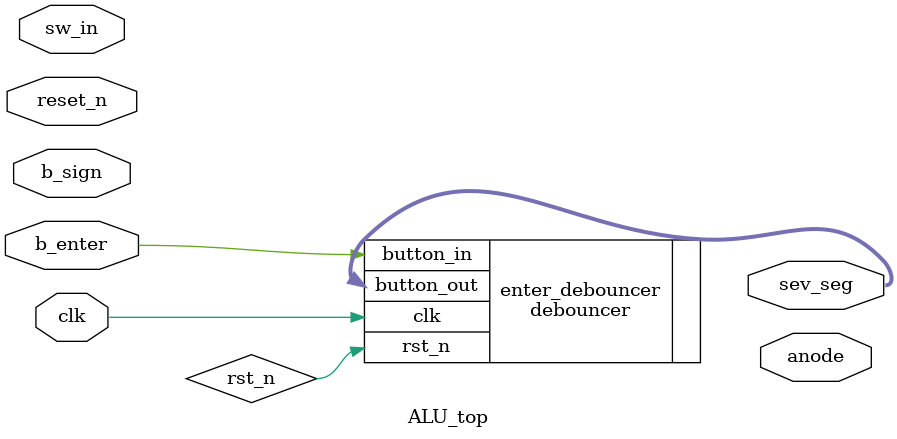
<source format=sv>
module ALU_top(
               input        clk,
               input        reset_n,
               input        b_enter,
               input        b_sign,
               input [7:0]  sw_in,
               output [6:0] sev_seg,
               output [3:0] anode
               );



   debouncer enter_debouncer(
                             .clk(clk),
                             .rst_n(rst_n),
                             .button_in(b_enter),
                             .button_out(sev_seg)
                             );










endmodule

</source>
